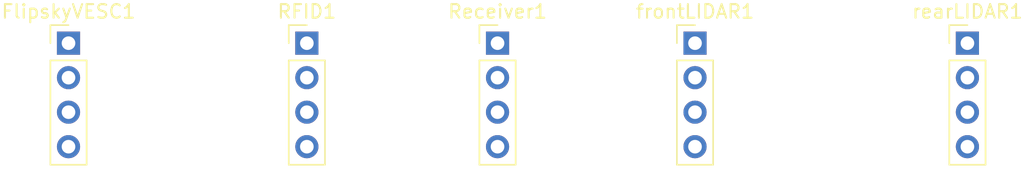
<source format=kicad_pcb>
(kicad_pcb (version 20240108) (generator "pcbnew") (generator_version "8.0")
  (layers (0 "F.Cu" signal) (31 "B.Cu" signal) (34 "B.Paste" user) (35 "F.Paste" user) (36 "B.SilkS" user "B.Silkscreen") (37 "F.SilkS" user "F.Silkscreen") (38 "B.Mask" user) (39 "F.Mask" user) (44 "Edge.Cuts" user))
  (net 0 "")
  (net 5 "Net-(A1-D18{slash}TX1)")
  (net 6 "Net-(RFID1-Pin_2)")
  (net 7 "Net-(RFID1-Pin_1)")
  (net 8 "Net-(A1-D19{slash}RX1)")
  (net 9 "Net-(A1-D16{slash}TX2)")
  (net 10 "Net-(A1-D17{slash}RX2)")
  (net 13 "Net-(A1-D15{slash}RX3)")
  (net 14 "Net-(A1-D14{slash}TX3)")
  (footprint "Connector_PinHeader_2.54mm:PinHeader_1x04_P2.54mm_Vertical" (layer "F.Cu") (at 136.5 71.5)
    (property "Reference" "rearLIDAR1" (at 0 -2.33 0) (layer "F.SilkS"))
    (property "Value" "~")
    (fp_line (start -1.33 -1.33) (end 0 -1.33) (stroke (width 0.12)) (layer "F.SilkS"))
    (fp_line (start -1.33 0) (end -1.33 -1.33) (stroke (width 0.12)) (layer "F.SilkS"))
    (fp_line (start -1.33 1.27) (end -1.33 8.95) (stroke (width 0.12)) (layer "F.SilkS"))
    (fp_line (start -1.33 1.27) (end 1.33 1.27) (stroke (width 0.12)) (layer "F.SilkS"))
    (fp_line (start -1.33 8.95) (end 1.33 8.95) (stroke (width 0.12)) (layer "F.SilkS"))
    (fp_line (start 1.33 1.27) (end 1.33 8.95) (stroke (width 0.12)) (layer "F.SilkS"))
    (pad "1" thru_hole rect (at 0 0) (size 1.7 1.7) (drill 1) (layers "*.Cu" "*.Mask") (net 7 "Net-(RFID1-Pin_1)"))
    (pad "2" thru_hole oval (at 0 2.54) (size 1.7 1.7) (drill 1) (layers "*.Cu" "*.Mask") (net 6 "Net-(RFID1-Pin_2)"))
    (pad "3" thru_hole oval (at 0 5.08) (size 1.7 1.7) (drill 1) (layers "*.Cu" "*.Mask") (net 10 "Net-(A1-D17{slash}RX2)"))
    (pad "4" thru_hole oval (at 0 7.62) (size 1.7 1.7) (drill 1) (layers "*.Cu" "*.Mask") (net 9 "Net-(A1-D16{slash}TX2)"))
  )
  (footprint "Connector_PinHeader_2.54mm:PinHeader_1x04_P2.54mm_Vertical" (layer "F.Cu") (at 102 71.5)
    (property "Reference" "Receiver1" (at 0 -2.33 0) (layer "F.SilkS"))
    (property "Value" "~")
    (fp_line (start -1.33 -1.33) (end 0 -1.33) (stroke (width 0.12)) (layer "F.SilkS"))
    (fp_line (start -1.33 0) (end -1.33 -1.33) (stroke (width 0.12)) (layer "F.SilkS"))
    (fp_line (start -1.33 1.27) (end -1.33 8.95) (stroke (width 0.12)) (layer "F.SilkS"))
    (fp_line (start -1.33 1.27) (end 1.33 1.27) (stroke (width 0.12)) (layer "F.SilkS"))
    (fp_line (start -1.33 8.95) (end 1.33 8.95) (stroke (width 0.12)) (layer "F.SilkS"))
    (fp_line (start 1.33 1.27) (end 1.33 8.95) (stroke (width 0.12)) (layer "F.SilkS"))
    (pad "1" thru_hole rect (at 0 0) (size 1.7 1.7) (drill 1) (layers "*.Cu" "*.Mask") (net 7 "Net-(RFID1-Pin_1)"))
    (pad "2" thru_hole oval (at 0 2.54) (size 1.7 1.7) (drill 1) (layers "*.Cu" "*.Mask") (net 6 "Net-(RFID1-Pin_2)"))
    (pad "3" thru_hole oval (at 0 5.08) (size 1.7 1.7) (drill 1) (layers "*.Cu" "*.Mask"))
    (pad "4" thru_hole oval (at 0 7.62) (size 1.7 1.7) (drill 1) (layers "*.Cu" "*.Mask"))
  )
  (footprint "Connector_PinHeader_2.54mm:PinHeader_1x04_P2.54mm_Vertical" (layer "F.Cu") (at 70.5 71.5)
    (property "Reference" "FlipskyVESC1" (at 0 -2.33 0) (layer "F.SilkS"))
    (property "Value" "~")
    (fp_line (start -1.33 -1.33) (end 0 -1.33) (stroke (width 0.12)) (layer "F.SilkS"))
    (fp_line (start -1.33 0) (end -1.33 -1.33) (stroke (width 0.12)) (layer "F.SilkS"))
    (fp_line (start -1.33 1.27) (end -1.33 8.95) (stroke (width 0.12)) (layer "F.SilkS"))
    (fp_line (start -1.33 1.27) (end 1.33 1.27) (stroke (width 0.12)) (layer "F.SilkS"))
    (fp_line (start -1.33 8.95) (end 1.33 8.95) (stroke (width 0.12)) (layer "F.SilkS"))
    (fp_line (start 1.33 1.27) (end 1.33 8.95) (stroke (width 0.12)) (layer "F.SilkS"))
    (pad "1" thru_hole rect (at 0 0) (size 1.7 1.7) (drill 1) (layers "*.Cu" "*.Mask"))
    (pad "2" thru_hole oval (at 0 2.54) (size 1.7 1.7) (drill 1) (layers "*.Cu" "*.Mask"))
    (pad "3" thru_hole oval (at 0 5.08) (size 1.7 1.7) (drill 1) (layers "*.Cu" "*.Mask"))
    (pad "4" thru_hole oval (at 0 7.62) (size 1.7 1.7) (drill 1) (layers "*.Cu" "*.Mask"))
  )
  (footprint "Connector_PinHeader_2.54mm:PinHeader_1x04_P2.54mm_Vertical" (layer "F.Cu") (at 88 71.5)
    (property "Reference" "RFID1" (at 0 -2.33 0) (layer "F.SilkS"))
    (property "Value" "~")
    (fp_line (start -1.33 -1.33) (end 0 -1.33) (stroke (width 0.12)) (layer "F.SilkS"))
    (fp_line (start -1.33 0) (end -1.33 -1.33) (stroke (width 0.12)) (layer "F.SilkS"))
    (fp_line (start -1.33 1.27) (end -1.33 8.95) (stroke (width 0.12)) (layer "F.SilkS"))
    (fp_line (start -1.33 1.27) (end 1.33 1.27) (stroke (width 0.12)) (layer "F.SilkS"))
    (fp_line (start -1.33 8.95) (end 1.33 8.95) (stroke (width 0.12)) (layer "F.SilkS"))
    (fp_line (start 1.33 1.27) (end 1.33 8.95) (stroke (width 0.12)) (layer "F.SilkS"))
    (pad "1" thru_hole rect (at 0 0) (size 1.7 1.7) (drill 1) (layers "*.Cu" "*.Mask") (net 7 "Net-(RFID1-Pin_1)"))
    (pad "2" thru_hole oval (at 0 2.54) (size 1.7 1.7) (drill 1) (layers "*.Cu" "*.Mask") (net 6 "Net-(RFID1-Pin_2)"))
    (pad "3" thru_hole oval (at 0 5.08) (size 1.7 1.7) (drill 1) (layers "*.Cu" "*.Mask") (net 13 "Net-(A1-D15{slash}RX3)"))
    (pad "4" thru_hole oval (at 0 7.62) (size 1.7 1.7) (drill 1) (layers "*.Cu" "*.Mask") (net 14 "Net-(A1-D14{slash}TX3)"))
  )
  (footprint "Connector_PinHeader_2.54mm:PinHeader_1x04_P2.54mm_Vertical" (layer "F.Cu") (at 116.5 71.5)
    (property "Reference" "frontLIDAR1" (at 0 -2.33 0) (layer "F.SilkS"))
    (property "Value" "~")
    (fp_line (start -1.33 -1.33) (end 0 -1.33) (stroke (width 0.12)) (layer "F.SilkS"))
    (fp_line (start -1.33 0) (end -1.33 -1.33) (stroke (width 0.12)) (layer "F.SilkS"))
    (fp_line (start -1.33 1.27) (end -1.33 8.95) (stroke (width 0.12)) (layer "F.SilkS"))
    (fp_line (start -1.33 1.27) (end 1.33 1.27) (stroke (width 0.12)) (layer "F.SilkS"))
    (fp_line (start -1.33 8.95) (end 1.33 8.95) (stroke (width 0.12)) (layer "F.SilkS"))
    (fp_line (start 1.33 1.27) (end 1.33 8.95) (stroke (width 0.12)) (layer "F.SilkS"))
    (pad "1" thru_hole rect (at 0 0) (size 1.7 1.7) (drill 1) (layers "*.Cu" "*.Mask") (net 7 "Net-(RFID1-Pin_1)"))
    (pad "2" thru_hole oval (at 0 2.54) (size 1.7 1.7) (drill 1) (layers "*.Cu" "*.Mask") (net 6 "Net-(RFID1-Pin_2)"))
    (pad "3" thru_hole oval (at 0 5.08) (size 1.7 1.7) (drill 1) (layers "*.Cu" "*.Mask") (net 8 "Net-(A1-D19{slash}RX1)"))
    (pad "4" thru_hole oval (at 0 7.62) (size 1.7 1.7) (drill 1) (layers "*.Cu" "*.Mask") (net 5 "Net-(A1-D18{slash}TX1)"))
  )
)
</source>
